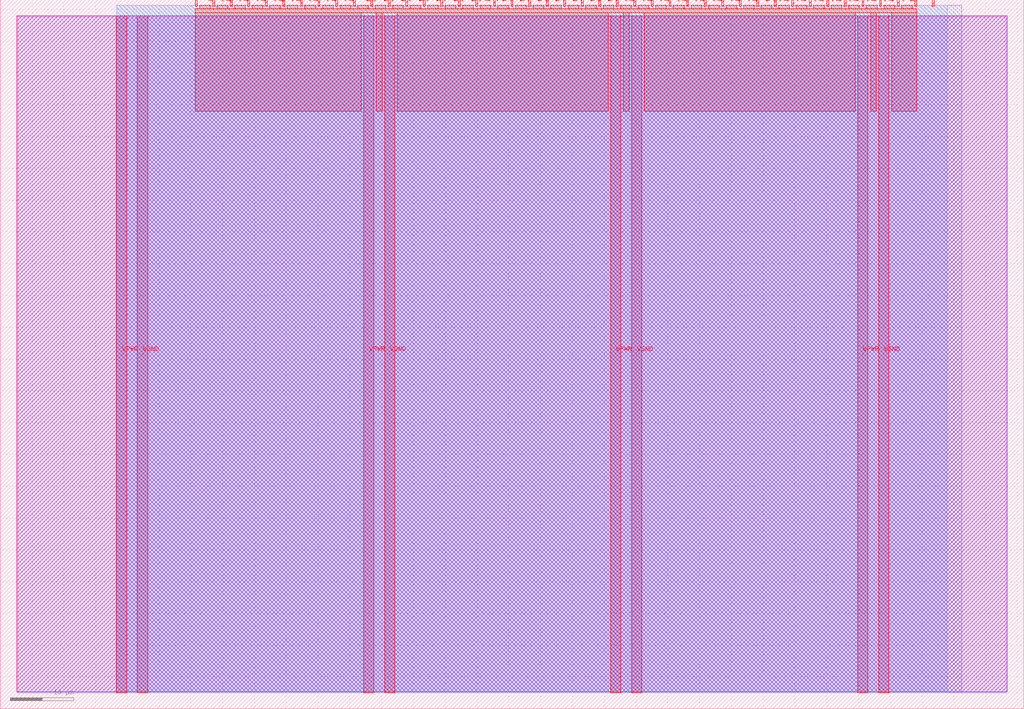
<source format=lef>
VERSION 5.7 ;
  NOWIREEXTENSIONATPIN ON ;
  DIVIDERCHAR "/" ;
  BUSBITCHARS "[]" ;
MACRO tt_um_wokwi_413923639862662145
  CLASS BLOCK ;
  FOREIGN tt_um_wokwi_413923639862662145 ;
  ORIGIN 0.000 0.000 ;
  SIZE 161.000 BY 111.520 ;
  PIN VGND
    DIRECTION INOUT ;
    USE GROUND ;
    PORT
      LAYER met4 ;
        RECT 21.580 2.480 23.180 109.040 ;
    END
    PORT
      LAYER met4 ;
        RECT 60.450 2.480 62.050 109.040 ;
    END
    PORT
      LAYER met4 ;
        RECT 99.320 2.480 100.920 109.040 ;
    END
    PORT
      LAYER met4 ;
        RECT 138.190 2.480 139.790 109.040 ;
    END
  END VGND
  PIN VPWR
    DIRECTION INOUT ;
    USE POWER ;
    PORT
      LAYER met4 ;
        RECT 18.280 2.480 19.880 109.040 ;
    END
    PORT
      LAYER met4 ;
        RECT 57.150 2.480 58.750 109.040 ;
    END
    PORT
      LAYER met4 ;
        RECT 96.020 2.480 97.620 109.040 ;
    END
    PORT
      LAYER met4 ;
        RECT 134.890 2.480 136.490 109.040 ;
    END
  END VPWR
  PIN clk
    DIRECTION INPUT ;
    USE SIGNAL ;
    ANTENNAGATEAREA 0.495000 ;
    PORT
      LAYER met4 ;
        RECT 143.830 110.520 144.130 111.520 ;
    END
  END clk
  PIN ena
    DIRECTION INPUT ;
    USE SIGNAL ;
    PORT
      LAYER met4 ;
        RECT 146.590 110.520 146.890 111.520 ;
    END
  END ena
  PIN rst_n
    DIRECTION INPUT ;
    USE SIGNAL ;
    ANTENNAGATEAREA 0.196500 ;
    PORT
      LAYER met4 ;
        RECT 141.070 110.520 141.370 111.520 ;
    END
  END rst_n
  PIN ui_in[0]
    DIRECTION INPUT ;
    USE SIGNAL ;
    ANTENNAGATEAREA 0.196500 ;
    PORT
      LAYER met4 ;
        RECT 138.310 110.520 138.610 111.520 ;
    END
  END ui_in[0]
  PIN ui_in[1]
    DIRECTION INPUT ;
    USE SIGNAL ;
    ANTENNAGATEAREA 0.196500 ;
    PORT
      LAYER met4 ;
        RECT 135.550 110.520 135.850 111.520 ;
    END
  END ui_in[1]
  PIN ui_in[2]
    DIRECTION INPUT ;
    USE SIGNAL ;
    PORT
      LAYER met4 ;
        RECT 132.790 110.520 133.090 111.520 ;
    END
  END ui_in[2]
  PIN ui_in[3]
    DIRECTION INPUT ;
    USE SIGNAL ;
    PORT
      LAYER met4 ;
        RECT 130.030 110.520 130.330 111.520 ;
    END
  END ui_in[3]
  PIN ui_in[4]
    DIRECTION INPUT ;
    USE SIGNAL ;
    PORT
      LAYER met4 ;
        RECT 127.270 110.520 127.570 111.520 ;
    END
  END ui_in[4]
  PIN ui_in[5]
    DIRECTION INPUT ;
    USE SIGNAL ;
    PORT
      LAYER met4 ;
        RECT 124.510 110.520 124.810 111.520 ;
    END
  END ui_in[5]
  PIN ui_in[6]
    DIRECTION INPUT ;
    USE SIGNAL ;
    PORT
      LAYER met4 ;
        RECT 121.750 110.520 122.050 111.520 ;
    END
  END ui_in[6]
  PIN ui_in[7]
    DIRECTION INPUT ;
    USE SIGNAL ;
    PORT
      LAYER met4 ;
        RECT 118.990 110.520 119.290 111.520 ;
    END
  END ui_in[7]
  PIN uio_in[0]
    DIRECTION INPUT ;
    USE SIGNAL ;
    PORT
      LAYER met4 ;
        RECT 116.230 110.520 116.530 111.520 ;
    END
  END uio_in[0]
  PIN uio_in[1]
    DIRECTION INPUT ;
    USE SIGNAL ;
    PORT
      LAYER met4 ;
        RECT 113.470 110.520 113.770 111.520 ;
    END
  END uio_in[1]
  PIN uio_in[2]
    DIRECTION INPUT ;
    USE SIGNAL ;
    PORT
      LAYER met4 ;
        RECT 110.710 110.520 111.010 111.520 ;
    END
  END uio_in[2]
  PIN uio_in[3]
    DIRECTION INPUT ;
    USE SIGNAL ;
    PORT
      LAYER met4 ;
        RECT 107.950 110.520 108.250 111.520 ;
    END
  END uio_in[3]
  PIN uio_in[4]
    DIRECTION INPUT ;
    USE SIGNAL ;
    PORT
      LAYER met4 ;
        RECT 105.190 110.520 105.490 111.520 ;
    END
  END uio_in[4]
  PIN uio_in[5]
    DIRECTION INPUT ;
    USE SIGNAL ;
    PORT
      LAYER met4 ;
        RECT 102.430 110.520 102.730 111.520 ;
    END
  END uio_in[5]
  PIN uio_in[6]
    DIRECTION INPUT ;
    USE SIGNAL ;
    PORT
      LAYER met4 ;
        RECT 99.670 110.520 99.970 111.520 ;
    END
  END uio_in[6]
  PIN uio_in[7]
    DIRECTION INPUT ;
    USE SIGNAL ;
    PORT
      LAYER met4 ;
        RECT 96.910 110.520 97.210 111.520 ;
    END
  END uio_in[7]
  PIN uio_oe[0]
    DIRECTION OUTPUT ;
    USE SIGNAL ;
    PORT
      LAYER met4 ;
        RECT 49.990 110.520 50.290 111.520 ;
    END
  END uio_oe[0]
  PIN uio_oe[1]
    DIRECTION OUTPUT ;
    USE SIGNAL ;
    PORT
      LAYER met4 ;
        RECT 47.230 110.520 47.530 111.520 ;
    END
  END uio_oe[1]
  PIN uio_oe[2]
    DIRECTION OUTPUT ;
    USE SIGNAL ;
    PORT
      LAYER met4 ;
        RECT 44.470 110.520 44.770 111.520 ;
    END
  END uio_oe[2]
  PIN uio_oe[3]
    DIRECTION OUTPUT ;
    USE SIGNAL ;
    PORT
      LAYER met4 ;
        RECT 41.710 110.520 42.010 111.520 ;
    END
  END uio_oe[3]
  PIN uio_oe[4]
    DIRECTION OUTPUT ;
    USE SIGNAL ;
    PORT
      LAYER met4 ;
        RECT 38.950 110.520 39.250 111.520 ;
    END
  END uio_oe[4]
  PIN uio_oe[5]
    DIRECTION OUTPUT ;
    USE SIGNAL ;
    PORT
      LAYER met4 ;
        RECT 36.190 110.520 36.490 111.520 ;
    END
  END uio_oe[5]
  PIN uio_oe[6]
    DIRECTION OUTPUT ;
    USE SIGNAL ;
    PORT
      LAYER met4 ;
        RECT 33.430 110.520 33.730 111.520 ;
    END
  END uio_oe[6]
  PIN uio_oe[7]
    DIRECTION OUTPUT ;
    USE SIGNAL ;
    PORT
      LAYER met4 ;
        RECT 30.670 110.520 30.970 111.520 ;
    END
  END uio_oe[7]
  PIN uio_out[0]
    DIRECTION OUTPUT ;
    USE SIGNAL ;
    PORT
      LAYER met4 ;
        RECT 72.070 110.520 72.370 111.520 ;
    END
  END uio_out[0]
  PIN uio_out[1]
    DIRECTION OUTPUT ;
    USE SIGNAL ;
    PORT
      LAYER met4 ;
        RECT 69.310 110.520 69.610 111.520 ;
    END
  END uio_out[1]
  PIN uio_out[2]
    DIRECTION OUTPUT ;
    USE SIGNAL ;
    PORT
      LAYER met4 ;
        RECT 66.550 110.520 66.850 111.520 ;
    END
  END uio_out[2]
  PIN uio_out[3]
    DIRECTION OUTPUT ;
    USE SIGNAL ;
    PORT
      LAYER met4 ;
        RECT 63.790 110.520 64.090 111.520 ;
    END
  END uio_out[3]
  PIN uio_out[4]
    DIRECTION OUTPUT ;
    USE SIGNAL ;
    PORT
      LAYER met4 ;
        RECT 61.030 110.520 61.330 111.520 ;
    END
  END uio_out[4]
  PIN uio_out[5]
    DIRECTION OUTPUT ;
    USE SIGNAL ;
    PORT
      LAYER met4 ;
        RECT 58.270 110.520 58.570 111.520 ;
    END
  END uio_out[5]
  PIN uio_out[6]
    DIRECTION OUTPUT ;
    USE SIGNAL ;
    PORT
      LAYER met4 ;
        RECT 55.510 110.520 55.810 111.520 ;
    END
  END uio_out[6]
  PIN uio_out[7]
    DIRECTION OUTPUT ;
    USE SIGNAL ;
    PORT
      LAYER met4 ;
        RECT 52.750 110.520 53.050 111.520 ;
    END
  END uio_out[7]
  PIN uo_out[0]
    DIRECTION OUTPUT ;
    USE SIGNAL ;
    ANTENNADIFFAREA 0.795200 ;
    PORT
      LAYER met4 ;
        RECT 94.150 110.520 94.450 111.520 ;
    END
  END uo_out[0]
  PIN uo_out[1]
    DIRECTION OUTPUT ;
    USE SIGNAL ;
    PORT
      LAYER met4 ;
        RECT 91.390 110.520 91.690 111.520 ;
    END
  END uo_out[1]
  PIN uo_out[2]
    DIRECTION OUTPUT ;
    USE SIGNAL ;
    PORT
      LAYER met4 ;
        RECT 88.630 110.520 88.930 111.520 ;
    END
  END uo_out[2]
  PIN uo_out[3]
    DIRECTION OUTPUT ;
    USE SIGNAL ;
    PORT
      LAYER met4 ;
        RECT 85.870 110.520 86.170 111.520 ;
    END
  END uo_out[3]
  PIN uo_out[4]
    DIRECTION OUTPUT ;
    USE SIGNAL ;
    PORT
      LAYER met4 ;
        RECT 83.110 110.520 83.410 111.520 ;
    END
  END uo_out[4]
  PIN uo_out[5]
    DIRECTION OUTPUT ;
    USE SIGNAL ;
    PORT
      LAYER met4 ;
        RECT 80.350 110.520 80.650 111.520 ;
    END
  END uo_out[5]
  PIN uo_out[6]
    DIRECTION OUTPUT ;
    USE SIGNAL ;
    PORT
      LAYER met4 ;
        RECT 77.590 110.520 77.890 111.520 ;
    END
  END uo_out[6]
  PIN uo_out[7]
    DIRECTION OUTPUT ;
    USE SIGNAL ;
    PORT
      LAYER met4 ;
        RECT 74.830 110.520 75.130 111.520 ;
    END
  END uo_out[7]
  OBS
      LAYER nwell ;
        RECT 2.570 2.635 158.430 108.990 ;
      LAYER li1 ;
        RECT 2.760 2.635 158.240 108.885 ;
      LAYER met1 ;
        RECT 2.760 2.480 158.240 109.040 ;
      LAYER met2 ;
        RECT 18.310 2.535 151.240 110.685 ;
      LAYER met3 ;
        RECT 18.290 2.555 148.975 110.665 ;
      LAYER met4 ;
        RECT 31.370 110.120 33.030 110.665 ;
        RECT 34.130 110.120 35.790 110.665 ;
        RECT 36.890 110.120 38.550 110.665 ;
        RECT 39.650 110.120 41.310 110.665 ;
        RECT 42.410 110.120 44.070 110.665 ;
        RECT 45.170 110.120 46.830 110.665 ;
        RECT 47.930 110.120 49.590 110.665 ;
        RECT 50.690 110.120 52.350 110.665 ;
        RECT 53.450 110.120 55.110 110.665 ;
        RECT 56.210 110.120 57.870 110.665 ;
        RECT 58.970 110.120 60.630 110.665 ;
        RECT 61.730 110.120 63.390 110.665 ;
        RECT 64.490 110.120 66.150 110.665 ;
        RECT 67.250 110.120 68.910 110.665 ;
        RECT 70.010 110.120 71.670 110.665 ;
        RECT 72.770 110.120 74.430 110.665 ;
        RECT 75.530 110.120 77.190 110.665 ;
        RECT 78.290 110.120 79.950 110.665 ;
        RECT 81.050 110.120 82.710 110.665 ;
        RECT 83.810 110.120 85.470 110.665 ;
        RECT 86.570 110.120 88.230 110.665 ;
        RECT 89.330 110.120 90.990 110.665 ;
        RECT 92.090 110.120 93.750 110.665 ;
        RECT 94.850 110.120 96.510 110.665 ;
        RECT 97.610 110.120 99.270 110.665 ;
        RECT 100.370 110.120 102.030 110.665 ;
        RECT 103.130 110.120 104.790 110.665 ;
        RECT 105.890 110.120 107.550 110.665 ;
        RECT 108.650 110.120 110.310 110.665 ;
        RECT 111.410 110.120 113.070 110.665 ;
        RECT 114.170 110.120 115.830 110.665 ;
        RECT 116.930 110.120 118.590 110.665 ;
        RECT 119.690 110.120 121.350 110.665 ;
        RECT 122.450 110.120 124.110 110.665 ;
        RECT 125.210 110.120 126.870 110.665 ;
        RECT 127.970 110.120 129.630 110.665 ;
        RECT 130.730 110.120 132.390 110.665 ;
        RECT 133.490 110.120 135.150 110.665 ;
        RECT 136.250 110.120 137.910 110.665 ;
        RECT 139.010 110.120 140.670 110.665 ;
        RECT 141.770 110.120 143.430 110.665 ;
        RECT 30.655 109.440 144.145 110.120 ;
        RECT 30.655 94.015 56.750 109.440 ;
        RECT 59.150 94.015 60.050 109.440 ;
        RECT 62.450 94.015 95.620 109.440 ;
        RECT 98.020 94.015 98.920 109.440 ;
        RECT 101.320 94.015 134.490 109.440 ;
        RECT 136.890 94.015 137.790 109.440 ;
        RECT 140.190 94.015 144.145 109.440 ;
  END
END tt_um_wokwi_413923639862662145
END LIBRARY


</source>
